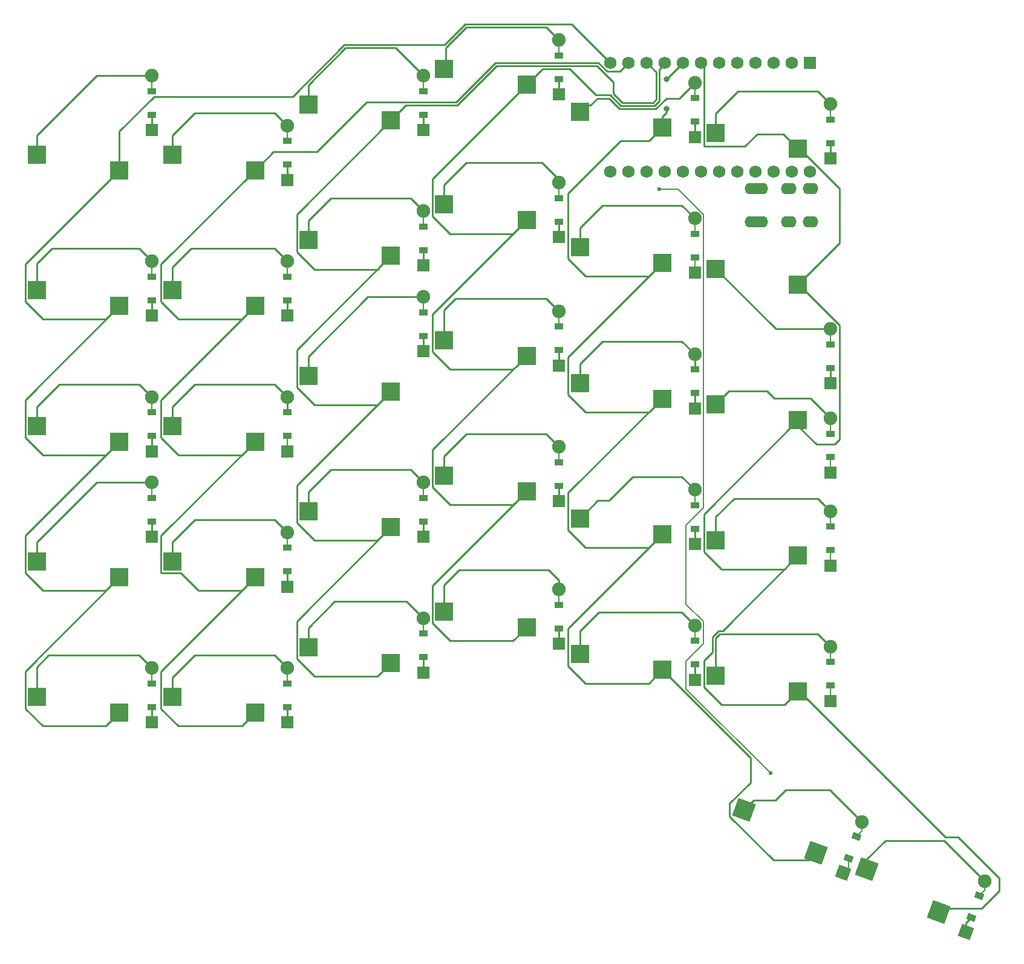
<source format=gbl>
%TF.GenerationSoftware,KiCad,Pcbnew,9.0.6*%
%TF.CreationDate,2025-11-12T16:56:55+01:00*%
%TF.ProjectId,left_finished,6c656674-5f66-4696-9e69-736865642e6b,1*%
%TF.SameCoordinates,Original*%
%TF.FileFunction,Copper,L2,Bot*%
%TF.FilePolarity,Positive*%
%FSLAX46Y46*%
G04 Gerber Fmt 4.6, Leading zero omitted, Abs format (unit mm)*
G04 Created by KiCad (PCBNEW 9.0.6) date 2025-11-12 16:56:55*
%MOMM*%
%LPD*%
G01*
G04 APERTURE LIST*
G04 Aperture macros list*
%AMRotRect*
0 Rectangle, with rotation*
0 The origin of the aperture is its center*
0 $1 length*
0 $2 width*
0 $3 Rotation angle, in degrees counterclockwise*
0 Add horizontal line*
21,1,$1,$2,0,0,$3*%
G04 Aperture macros list end*
%TA.AperFunction,SMDPad,CuDef*%
%ADD10R,2.600000X2.600000*%
%TD*%
%TA.AperFunction,ComponentPad*%
%ADD11R,1.778000X1.778000*%
%TD*%
%TA.AperFunction,SMDPad,CuDef*%
%ADD12R,1.200000X0.900000*%
%TD*%
%TA.AperFunction,ComponentPad*%
%ADD13C,1.905000*%
%TD*%
%TA.AperFunction,ComponentPad*%
%ADD14RotRect,1.778000X1.778000X70.000000*%
%TD*%
%TA.AperFunction,SMDPad,CuDef*%
%ADD15RotRect,0.900000X1.200000X70.000000*%
%TD*%
%TA.AperFunction,SMDPad,CuDef*%
%ADD16RotRect,2.600000X2.600000X160.000000*%
%TD*%
%TA.AperFunction,ComponentPad*%
%ADD17O,2.200000X1.600000*%
%TD*%
%TA.AperFunction,ComponentPad*%
%ADD18R,1.752600X1.752600*%
%TD*%
%TA.AperFunction,ComponentPad*%
%ADD19C,1.752600*%
%TD*%
%TA.AperFunction,ViaPad*%
%ADD20C,0.800000*%
%TD*%
%TA.AperFunction,ViaPad*%
%ADD21C,0.600000*%
%TD*%
%TA.AperFunction,Conductor*%
%ADD22C,0.250000*%
%TD*%
%TA.AperFunction,Conductor*%
%ADD23C,0.200000*%
%TD*%
G04 APERTURE END LIST*
D10*
%TO.P,S11,1*%
%TO.N,P14*%
X199887050Y-183082250D03*
%TO.P,S11,2*%
%TO.N,third_mod*%
X188337050Y-180882250D03*
%TD*%
D11*
%TO.P,D18,1*%
%TO.N,P4*%
X242412050Y-147442250D03*
D12*
X242412050Y-145282250D03*
%TO.P,D18,2*%
%TO.N,fifth_home*%
X242412050Y-141982250D03*
D13*
X242412050Y-139822250D03*
%TD*%
D10*
%TO.P,S4,1*%
%TO.N,P10*%
X161887050Y-133082250D03*
%TO.P,S4,2*%
%TO.N,first_top*%
X150337050Y-130882250D03*
%TD*%
%TO.P,S26,1*%
%TO.N,P19*%
X256887050Y-187082250D03*
%TO.P,S26,2*%
%TO.N,sixth_mod*%
X245337050Y-184882250D03*
%TD*%
%TO.P,S6,1*%
%TO.N,P16*%
X180887050Y-190082250D03*
%TO.P,S6,2*%
%TO.N,second_mod*%
X169337050Y-187882250D03*
%TD*%
%TO.P,S9,1*%
%TO.N,P16*%
X180887050Y-133082250D03*
%TO.P,S9,2*%
%TO.N,second_top*%
X169337050Y-130882250D03*
%TD*%
%TO.P,S29,1*%
%TO.N,P19*%
X256887050Y-130082250D03*
%TO.P,S29,2*%
%TO.N,sixth_top*%
X245337050Y-127882250D03*
%TD*%
D11*
%TO.P,D1,1*%
%TO.N,P2*%
X166412050Y-191442250D03*
D12*
X166412050Y-189282250D03*
%TO.P,D1,2*%
%TO.N,first_mod*%
X166412050Y-185982250D03*
D13*
X166412050Y-183822250D03*
%TD*%
D10*
%TO.P,S28,1*%
%TO.N,P19*%
X256887050Y-149082250D03*
%TO.P,S28,2*%
%TO.N,sixth_home*%
X245337050Y-146882250D03*
%TD*%
D11*
%TO.P,D11,1*%
%TO.N,P5*%
X204412050Y-127442250D03*
D12*
X204412050Y-125282250D03*
%TO.P,D11,2*%
%TO.N,third_top*%
X204412050Y-121982250D03*
D13*
X204412050Y-119822250D03*
%TD*%
D10*
%TO.P,S20,1*%
%TO.N,P15*%
X218887050Y-102082250D03*
%TO.P,S20,2*%
%TO.N,fourth_num*%
X207337050Y-99882250D03*
%TD*%
D11*
%TO.P,D24,1*%
%TO.N,P5*%
X261412050Y-143942250D03*
D12*
X261412050Y-141782250D03*
%TO.P,D24,2*%
%TO.N,sixth_top*%
X261412050Y-138482250D03*
D13*
X261412050Y-136322250D03*
%TD*%
D11*
%TO.P,D16,1*%
%TO.N,P2*%
X242412050Y-185442250D03*
D12*
X242412050Y-183282250D03*
%TO.P,D16,2*%
%TO.N,fifth_mod*%
X242412050Y-179982250D03*
D13*
X242412050Y-177822250D03*
%TD*%
D11*
%TO.P,D25,1*%
%TO.N,P4*%
X261412050Y-156442250D03*
D12*
X261412050Y-154282250D03*
%TO.P,D25,2*%
%TO.N,sixth_home*%
X261412050Y-150982250D03*
D13*
X261412050Y-148822250D03*
%TD*%
D11*
%TO.P,D6,1*%
%TO.N,P4*%
X185412050Y-153442250D03*
D12*
X185412050Y-151282250D03*
%TO.P,D6,2*%
%TO.N,second_home*%
X185412050Y-147982250D03*
D13*
X185412050Y-145822250D03*
%TD*%
D11*
%TO.P,D14,1*%
%TO.N,P4*%
X223412050Y-141442250D03*
D12*
X223412050Y-139282250D03*
%TO.P,D14,2*%
%TO.N,fourth_home*%
X223412050Y-135982250D03*
D13*
X223412050Y-133822250D03*
%TD*%
D11*
%TO.P,D13,1*%
%TO.N,P3*%
X223412050Y-160442250D03*
D12*
X223412050Y-158282250D03*
%TO.P,D13,2*%
%TO.N,fourth_bottom*%
X223412050Y-154982250D03*
D13*
X223412050Y-152822250D03*
%TD*%
D10*
%TO.P,S2,1*%
%TO.N,P10*%
X161887050Y-171082250D03*
%TO.P,S2,2*%
%TO.N,first_bottom*%
X150337050Y-168882250D03*
%TD*%
D11*
%TO.P,D3,1*%
%TO.N,P5*%
X166412050Y-134442250D03*
D12*
X166412050Y-132282250D03*
%TO.P,D3,2*%
%TO.N,first_top*%
X166412050Y-128982250D03*
D13*
X166412050Y-126822250D03*
%TD*%
D10*
%TO.P,S23,1*%
%TO.N,P18*%
X237887050Y-146082250D03*
%TO.P,S23,2*%
%TO.N,fifth_home*%
X226337050Y-143882250D03*
%TD*%
D11*
%TO.P,D20,1*%
%TO.N,P6*%
X242412050Y-109442250D03*
D12*
X242412050Y-107282250D03*
%TO.P,D20,2*%
%TO.N,fifth_num*%
X242412050Y-103982250D03*
D13*
X242412050Y-101822250D03*
%TD*%
D10*
%TO.P,S14,1*%
%TO.N,P14*%
X199887050Y-126082250D03*
%TO.P,S14,2*%
%TO.N,third_top*%
X188337050Y-123882250D03*
%TD*%
%TO.P,S10,1*%
%TO.N,P16*%
X180887050Y-114082250D03*
%TO.P,S10,2*%
%TO.N,second_num*%
X169337050Y-111882250D03*
%TD*%
%TO.P,S12,1*%
%TO.N,P14*%
X199887050Y-164082250D03*
%TO.P,S12,2*%
%TO.N,third_bottom*%
X188337050Y-161882250D03*
%TD*%
%TO.P,S22,1*%
%TO.N,P18*%
X237887050Y-165082250D03*
%TO.P,S22,2*%
%TO.N,fifth_bottom*%
X226337050Y-162882250D03*
%TD*%
D11*
%TO.P,D28,1*%
%TO.N,P4*%
X204412050Y-139442250D03*
D12*
X204412050Y-137282250D03*
%TO.P,D28,2*%
%TO.N,third_home*%
X204412050Y-133982250D03*
D13*
X204412050Y-131822250D03*
%TD*%
D11*
%TO.P,D10,1*%
%TO.N,P3*%
X204412050Y-165442250D03*
D12*
X204412050Y-163282250D03*
%TO.P,D10,2*%
%TO.N,third_bottom*%
X204412050Y-159982250D03*
D13*
X204412050Y-157822250D03*
%TD*%
D11*
%TO.P,D8,1*%
%TO.N,P6*%
X185412050Y-115442250D03*
D12*
X185412050Y-113282250D03*
%TO.P,D8,2*%
%TO.N,second_num*%
X185412050Y-109982250D03*
D13*
X185412050Y-107822250D03*
%TD*%
D14*
%TO.P,D31,1*%
%TO.N,P7*%
X263191485Y-212519160D03*
D15*
X263930249Y-210489424D03*
%TO.P,D31,2*%
%TO.N,t1_thumb*%
X265058915Y-207388438D03*
D13*
X265797679Y-205358702D03*
%TD*%
D11*
%TO.P,D23,1*%
%TO.N,P6*%
X261412050Y-112442250D03*
D12*
X261412050Y-110282250D03*
%TO.P,D23,2*%
%TO.N,sixth_num*%
X261412050Y-106982250D03*
D13*
X261412050Y-104822250D03*
%TD*%
D10*
%TO.P,S8,1*%
%TO.N,P16*%
X180887050Y-152082250D03*
%TO.P,S8,2*%
%TO.N,second_home*%
X169337050Y-149882250D03*
%TD*%
%TO.P,S24,1*%
%TO.N,P18*%
X237887050Y-127082250D03*
%TO.P,S24,2*%
%TO.N,fifth_top*%
X226337050Y-124882250D03*
%TD*%
D11*
%TO.P,D30,1*%
%TO.N,P5*%
X223412050Y-123442250D03*
D12*
X223412050Y-121282250D03*
%TO.P,D30,2*%
%TO.N,fourth_top*%
X223412050Y-117982250D03*
D13*
X223412050Y-115822250D03*
%TD*%
D10*
%TO.P,S7,1*%
%TO.N,P16*%
X180887050Y-171082250D03*
%TO.P,S7,2*%
%TO.N,second_bottom*%
X169337050Y-168882250D03*
%TD*%
D16*
%TO.P,S32,1*%
%TO.N,P19*%
X276608845Y-217977336D03*
%TO.P,S32,2*%
%TO.N,t2_thumb*%
X266507840Y-211959680D03*
%TD*%
D14*
%TO.P,D32,1*%
%TO.N,P7*%
X280395806Y-220802959D03*
D15*
X281134570Y-218773223D03*
%TO.P,D32,2*%
%TO.N,t2_thumb*%
X282263236Y-215672237D03*
D13*
X283002000Y-213642501D03*
%TD*%
D11*
%TO.P,D7,1*%
%TO.N,P5*%
X185412050Y-134442250D03*
D12*
X185412050Y-132282250D03*
%TO.P,D7,2*%
%TO.N,second_top*%
X185412050Y-128982250D03*
D13*
X185412050Y-126822250D03*
%TD*%
D10*
%TO.P,S30,1*%
%TO.N,P19*%
X256887050Y-111082250D03*
%TO.P,S30,2*%
%TO.N,sixth_num*%
X245337050Y-108882250D03*
%TD*%
D11*
%TO.P,D21,1*%
%TO.N,P2*%
X261412050Y-188442250D03*
D12*
X261412050Y-186282250D03*
%TO.P,D21,2*%
%TO.N,sixth_mod*%
X261412050Y-182982250D03*
D13*
X261412050Y-180822250D03*
%TD*%
D11*
%TO.P,D27,1*%
%TO.N,P6*%
X166412050Y-108442250D03*
D12*
X166412050Y-106282250D03*
%TO.P,D27,2*%
%TO.N,first_num*%
X166412050Y-102982250D03*
D13*
X166412050Y-100822250D03*
%TD*%
D16*
%TO.P,S31,1*%
%TO.N,P18*%
X259404523Y-209693537D03*
%TO.P,S31,2*%
%TO.N,t1_thumb*%
X249303518Y-203675881D03*
%TD*%
D11*
%TO.P,D17,1*%
%TO.N,P3*%
X242412050Y-166442250D03*
D12*
X242412050Y-164282250D03*
%TO.P,D17,2*%
%TO.N,fifth_bottom*%
X242412050Y-160982250D03*
D13*
X242412050Y-158822250D03*
%TD*%
D10*
%TO.P,S19,1*%
%TO.N,P15*%
X218887050Y-121082250D03*
%TO.P,S19,2*%
%TO.N,fourth_top*%
X207337050Y-118882250D03*
%TD*%
D11*
%TO.P,D22,1*%
%TO.N,P3*%
X261412050Y-169442250D03*
D12*
X261412050Y-167282250D03*
%TO.P,D22,2*%
%TO.N,sixth_bottom*%
X261412050Y-163982250D03*
D13*
X261412050Y-161822250D03*
%TD*%
D11*
%TO.P,D9,1*%
%TO.N,P2*%
X204412050Y-184442250D03*
D12*
X204412050Y-182282250D03*
%TO.P,D9,2*%
%TO.N,third_mod*%
X204412050Y-178982250D03*
D13*
X204412050Y-176822250D03*
%TD*%
D10*
%TO.P,S27,1*%
%TO.N,P19*%
X256887050Y-168082250D03*
%TO.P,S27,2*%
%TO.N,sixth_bottom*%
X245337050Y-165882250D03*
%TD*%
D11*
%TO.P,D29,1*%
%TO.N,P2*%
X223412050Y-180442250D03*
D12*
X223412050Y-178282250D03*
%TO.P,D29,2*%
%TO.N,fourth_mod*%
X223412050Y-174982250D03*
D13*
X223412050Y-172822250D03*
%TD*%
D10*
%TO.P,S21,1*%
%TO.N,P18*%
X237887050Y-184082250D03*
%TO.P,S21,2*%
%TO.N,fifth_mod*%
X226337050Y-181882250D03*
%TD*%
D11*
%TO.P,D12,1*%
%TO.N,P6*%
X204412050Y-108442250D03*
D12*
X204412050Y-106282250D03*
%TO.P,D12,2*%
%TO.N,third_num*%
X204412050Y-102982250D03*
D13*
X204412050Y-100822250D03*
%TD*%
D11*
%TO.P,D19,1*%
%TO.N,P5*%
X242412050Y-128442250D03*
D12*
X242412050Y-126282250D03*
%TO.P,D19,2*%
%TO.N,fifth_top*%
X242412050Y-122982250D03*
D13*
X242412050Y-120822250D03*
%TD*%
D10*
%TO.P,S13,1*%
%TO.N,P14*%
X199887050Y-145082250D03*
%TO.P,S13,2*%
%TO.N,third_home*%
X188337050Y-142882250D03*
%TD*%
%TO.P,S17,1*%
%TO.N,P15*%
X218887050Y-159082250D03*
%TO.P,S17,2*%
%TO.N,fourth_bottom*%
X207337050Y-156882250D03*
%TD*%
D17*
%TO.P,TRRS1,1*%
%TO.N,GND*%
X250512050Y-116682250D03*
X250512050Y-121282250D03*
%TO.P,TRRS1,2*%
X251612050Y-116682250D03*
X251612050Y-121282250D03*
%TO.P,TRRS1,3*%
%TO.N,P21*%
X255612050Y-116682250D03*
X255612050Y-121282250D03*
%TO.P,TRRS1,4*%
%TO.N,VCC*%
X258612050Y-116682250D03*
X258612050Y-121282250D03*
%TD*%
D10*
%TO.P,S16,1*%
%TO.N,P15*%
X218887050Y-178082250D03*
%TO.P,S16,2*%
%TO.N,fourth_mod*%
X207337050Y-175882250D03*
%TD*%
D11*
%TO.P,D5,1*%
%TO.N,P3*%
X185412050Y-172442250D03*
D12*
X185412050Y-170282250D03*
%TO.P,D5,2*%
%TO.N,second_bottom*%
X185412050Y-166982250D03*
D13*
X185412050Y-164822250D03*
%TD*%
D10*
%TO.P,S25,1*%
%TO.N,P18*%
X237887050Y-108082250D03*
%TO.P,S25,2*%
%TO.N,fifth_num*%
X226337050Y-105882250D03*
%TD*%
%TO.P,S3,1*%
%TO.N,P10*%
X161887050Y-152082250D03*
%TO.P,S3,2*%
%TO.N,first_home*%
X150337050Y-149882250D03*
%TD*%
%TO.P,S15,1*%
%TO.N,P14*%
X199887050Y-107082250D03*
%TO.P,S15,2*%
%TO.N,third_num*%
X188337050Y-104882250D03*
%TD*%
D11*
%TO.P,D26,1*%
%TO.N,P3*%
X166412050Y-165442250D03*
D12*
X166412050Y-163282250D03*
%TO.P,D26,2*%
%TO.N,first_bottom*%
X166412050Y-159982250D03*
D13*
X166412050Y-157822250D03*
%TD*%
D10*
%TO.P,S1,1*%
%TO.N,P10*%
X161887050Y-190082250D03*
%TO.P,S1,2*%
%TO.N,first_mod*%
X150337050Y-187882250D03*
%TD*%
%TO.P,S18,1*%
%TO.N,P15*%
X218887050Y-140082250D03*
%TO.P,S18,2*%
%TO.N,fourth_home*%
X207337050Y-137882250D03*
%TD*%
D11*
%TO.P,D2,1*%
%TO.N,P4*%
X166412050Y-153442250D03*
D12*
X166412050Y-151282250D03*
%TO.P,D2,2*%
%TO.N,first_home*%
X166412050Y-147982250D03*
D13*
X166412050Y-145822250D03*
%TD*%
D10*
%TO.P,S5,1*%
%TO.N,P10*%
X161887050Y-114082250D03*
%TO.P,S5,2*%
%TO.N,first_num*%
X150337050Y-111882250D03*
%TD*%
D18*
%TO.P,MCU1,1*%
%TO.N,RAW*%
X258582050Y-99012250D03*
D19*
%TO.P,MCU1,2*%
%TO.N,GND*%
X256042050Y-99012250D03*
%TO.P,MCU1,3*%
%TO.N,RST*%
X253502050Y-99012250D03*
%TO.P,MCU1,4*%
%TO.N,VCC*%
X250962050Y-99012250D03*
%TO.P,MCU1,5*%
%TO.N,P21*%
X248422050Y-99012250D03*
%TO.P,MCU1,6*%
%TO.N,P20*%
X245882050Y-99012250D03*
%TO.P,MCU1,7*%
%TO.N,P19*%
X243342050Y-99012250D03*
%TO.P,MCU1,8*%
%TO.N,P18*%
X240802050Y-99012250D03*
%TO.P,MCU1,9*%
%TO.N,P15*%
X238262050Y-99012250D03*
%TO.P,MCU1,10*%
%TO.N,P14*%
X235722050Y-99012250D03*
%TO.P,MCU1,11*%
%TO.N,P16*%
X233182050Y-99012250D03*
%TO.P,MCU1,12*%
%TO.N,P10*%
X230642050Y-99012250D03*
%TO.P,MCU1,13*%
%TO.N,P1*%
X258582050Y-114252250D03*
%TO.P,MCU1,14*%
%TO.N,P0*%
X256042050Y-114252250D03*
%TO.P,MCU1,15*%
%TO.N,GND*%
X253502050Y-114252250D03*
%TO.P,MCU1,16*%
X250962050Y-114252250D03*
%TO.P,MCU1,17*%
%TO.N,P2*%
X248422050Y-114252250D03*
%TO.P,MCU1,18*%
%TO.N,P3*%
X245882050Y-114252250D03*
%TO.P,MCU1,19*%
%TO.N,P4*%
X243342050Y-114252250D03*
%TO.P,MCU1,20*%
%TO.N,P5*%
X240802050Y-114252250D03*
%TO.P,MCU1,21*%
%TO.N,P6*%
X238262050Y-114252250D03*
%TO.P,MCU1,22*%
%TO.N,P7*%
X235722050Y-114252250D03*
%TO.P,MCU1,23*%
%TO.N,P8*%
X233182050Y-114252250D03*
%TO.P,MCU1,24*%
%TO.N,P9*%
X230642050Y-114252250D03*
%TD*%
D11*
%TO.P,D15,1*%
%TO.N,P6*%
X223412050Y-103442250D03*
D12*
X223412050Y-101282250D03*
%TO.P,D15,2*%
%TO.N,fourth_num*%
X223412050Y-97982250D03*
D13*
X223412050Y-95822250D03*
%TD*%
D11*
%TO.P,D4,1*%
%TO.N,P2*%
X185412050Y-191442250D03*
D12*
X185412050Y-189282250D03*
%TO.P,D4,2*%
%TO.N,second_mod*%
X185412050Y-185982250D03*
D13*
X185412050Y-183822250D03*
%TD*%
D20*
%TO.N,P18*%
X238500000Y-105500000D03*
X238500000Y-101314300D03*
D21*
%TO.N,P7*%
X237500000Y-116722050D03*
X253000000Y-198500000D03*
%TD*%
D22*
%TO.N,P10*%
X148711050Y-184258250D02*
X148711050Y-189508250D01*
X193371391Y-96500000D02*
X207371391Y-96500000D01*
X148711050Y-165258250D02*
X148711050Y-170508250D01*
X225220550Y-93590750D02*
X230642050Y-99012250D01*
X160011050Y-172958250D02*
X161887050Y-171082250D01*
X161887050Y-108622151D02*
X166750951Y-103758250D01*
X148711050Y-170508250D02*
X151161050Y-172958250D01*
X151161050Y-134958250D02*
X160011050Y-134958250D01*
X151161050Y-153958250D02*
X160011050Y-153958250D01*
X160011050Y-153958250D02*
X161887050Y-152082250D01*
X160011050Y-134958250D02*
X161887050Y-133082250D01*
X210280641Y-93590750D02*
X225220550Y-93590750D01*
X148711050Y-151508250D02*
X151161050Y-153958250D01*
X207371391Y-96500000D02*
X210280641Y-93590750D01*
X161887050Y-114082250D02*
X161887050Y-108622151D01*
X166750951Y-103758250D02*
X186113141Y-103758250D01*
X151161050Y-172958250D02*
X160011050Y-172958250D01*
X160011050Y-191958250D02*
X161887050Y-190082250D01*
X161887050Y-171082250D02*
X148711050Y-184258250D01*
X161887050Y-133082250D02*
X148711050Y-146258250D01*
X148711050Y-189508250D02*
X151161050Y-191958250D01*
X161887050Y-152082250D02*
X148711050Y-165258250D01*
X151161050Y-191958250D02*
X160011050Y-191958250D01*
X148711050Y-146258250D02*
X148711050Y-151508250D01*
X148711050Y-127258250D02*
X148711050Y-132508250D01*
X186113141Y-103758250D02*
X193371391Y-96500000D01*
X161887050Y-114082250D02*
X148711050Y-127258250D01*
X148711050Y-132508250D02*
X151161050Y-134958250D01*
D23*
%TO.N,first_mod*%
X166412050Y-185982250D02*
X166412050Y-183822250D01*
D22*
X150337050Y-183662950D02*
X151958250Y-182041750D01*
X151958250Y-182041750D02*
X164631550Y-182041750D01*
X150337050Y-187882250D02*
X150337050Y-183662950D01*
X164631550Y-182041750D02*
X166412050Y-183822250D01*
D23*
%TO.N,first_bottom*%
X166412050Y-159982250D02*
X166412050Y-157822250D01*
D22*
X158686951Y-157822250D02*
X166412050Y-157822250D01*
X150337050Y-166172151D02*
X158686951Y-157822250D01*
X150337050Y-168882250D02*
X150337050Y-166172151D01*
%TO.N,first_home*%
X150337050Y-147172151D02*
X153467451Y-144041750D01*
X164631550Y-144041750D02*
X166412050Y-145822250D01*
X150337050Y-149882250D02*
X150337050Y-147172151D01*
X153467451Y-144041750D02*
X164631550Y-144041750D01*
D23*
X166412050Y-147982250D02*
X166412050Y-145822250D01*
%TO.N,first_top*%
X166412050Y-128982250D02*
X166412050Y-126822250D01*
D22*
X152458250Y-125041750D02*
X164631550Y-125041750D01*
X164631550Y-125041750D02*
X166412050Y-126822250D01*
X150337050Y-127162950D02*
X152458250Y-125041750D01*
X150337050Y-130882250D02*
X150337050Y-127162950D01*
D23*
%TO.N,first_num*%
X166412050Y-102982250D02*
X166412050Y-100822250D01*
D22*
X158686951Y-100822250D02*
X166412050Y-100822250D01*
X150337050Y-109172151D02*
X158686951Y-100822250D01*
X150337050Y-111882250D02*
X150337050Y-109172151D01*
%TO.N,P16*%
X170508250Y-170508250D02*
X172958250Y-172958250D01*
X180887050Y-114082250D02*
X183469300Y-111500000D01*
X228929491Y-99000000D02*
X230144041Y-100214550D01*
X183469300Y-111500000D02*
X189500000Y-111500000D01*
X230144041Y-100214550D02*
X231979750Y-100214550D01*
X167711050Y-165258250D02*
X167711050Y-170508250D01*
X167711050Y-132508250D02*
X170161050Y-134958250D01*
X167711050Y-170508250D02*
X170508250Y-170508250D01*
X167711050Y-127258250D02*
X167711050Y-132508250D01*
X180887050Y-114082250D02*
X167711050Y-127258250D01*
X180887050Y-133082250D02*
X167711050Y-146258250D01*
X214500000Y-99000000D02*
X228929491Y-99000000D01*
X170161050Y-153958250D02*
X179011050Y-153958250D01*
X189500000Y-111500000D02*
X196500000Y-104500000D01*
X196500000Y-104500000D02*
X209000000Y-104500000D01*
X167711050Y-146258250D02*
X167711050Y-151508250D01*
X172958250Y-172958250D02*
X179011050Y-172958250D01*
X167711050Y-189508250D02*
X170161050Y-191958250D01*
X167711050Y-151508250D02*
X170161050Y-153958250D01*
X180887050Y-152082250D02*
X167711050Y-165258250D01*
X179011050Y-172958250D02*
X180887050Y-171082250D01*
X179011050Y-134958250D02*
X180887050Y-133082250D01*
X170161050Y-191958250D02*
X179011050Y-191958250D01*
X180887050Y-171082250D02*
X167711050Y-184258250D01*
X179011050Y-153958250D02*
X180887050Y-152082250D01*
X231979750Y-100214550D02*
X233182050Y-99012250D01*
X167711050Y-184258250D02*
X167711050Y-189508250D01*
X170161050Y-134958250D02*
X179011050Y-134958250D01*
X209000000Y-104500000D02*
X214500000Y-99000000D01*
X179011050Y-191958250D02*
X180887050Y-190082250D01*
%TO.N,second_mod*%
X169337050Y-187882250D02*
X169337050Y-185172151D01*
X183631550Y-182041750D02*
X185412050Y-183822250D01*
D23*
X185412050Y-185982250D02*
X185412050Y-183822250D01*
D22*
X169337050Y-185172151D02*
X172467451Y-182041750D01*
X172467451Y-182041750D02*
X183631550Y-182041750D01*
%TO.N,second_bottom*%
X169337050Y-166172151D02*
X172467451Y-163041750D01*
D23*
X185412050Y-166982250D02*
X185412050Y-164822250D01*
D22*
X169337050Y-168882250D02*
X169337050Y-166172151D01*
X172467451Y-163041750D02*
X183631550Y-163041750D01*
X183631550Y-163041750D02*
X185412050Y-164822250D01*
%TO.N,second_home*%
X183631550Y-144041750D02*
X185412050Y-145822250D01*
X169337050Y-147172151D02*
X172467451Y-144041750D01*
X169337050Y-149882250D02*
X169337050Y-147172151D01*
X185412050Y-145822250D02*
X185412050Y-147982250D01*
X172467451Y-144041750D02*
X183631550Y-144041750D01*
%TO.N,second_top*%
X169337050Y-127662950D02*
X171958250Y-125041750D01*
X171958250Y-125041750D02*
X183631550Y-125041750D01*
X183631550Y-125041750D02*
X185412050Y-126822250D01*
D23*
X185412050Y-128982250D02*
X185412050Y-126822250D01*
D22*
X169337050Y-130882250D02*
X169337050Y-127662950D01*
%TO.N,second_num*%
X169337050Y-111882250D02*
X169337050Y-109172151D01*
D23*
X185412050Y-109982250D02*
X185412050Y-107822250D01*
D22*
X183631550Y-106041750D02*
X185412050Y-107822250D01*
X169337050Y-109172151D02*
X172467451Y-106041750D01*
X172467451Y-106041750D02*
X183631550Y-106041750D01*
%TO.N,P14*%
X198011050Y-127958250D02*
X199887050Y-126082250D01*
X228742681Y-99451000D02*
X229895840Y-100604160D01*
X236599660Y-104598000D02*
X237049000Y-104148660D01*
X199887050Y-164082250D02*
X186711050Y-177258250D01*
X229895840Y-100604160D02*
X231000000Y-101708320D01*
X198011050Y-184958250D02*
X199887050Y-183082250D01*
X232256485Y-104598000D02*
X236599660Y-104598000D01*
X189161050Y-127958250D02*
X198011050Y-127958250D01*
X186711050Y-125508250D02*
X189161050Y-127958250D01*
X186711050Y-158258250D02*
X186711050Y-163508250D01*
X214686810Y-99451000D02*
X228742681Y-99451000D01*
X209049000Y-104951000D02*
X209186810Y-104951000D01*
X199887050Y-107082250D02*
X201969300Y-105000000D01*
X231000000Y-103341515D02*
X232256485Y-104598000D01*
X186711050Y-120258250D02*
X186711050Y-125508250D01*
X199887050Y-126082250D02*
X186711050Y-139258250D01*
X186711050Y-139258250D02*
X186711050Y-144508250D01*
X186711050Y-182508250D02*
X189161050Y-184958250D01*
X189161050Y-184958250D02*
X198011050Y-184958250D01*
X198011050Y-165958250D02*
X199887050Y-164082250D01*
X199887050Y-107082250D02*
X186711050Y-120258250D01*
X189161050Y-146958250D02*
X198011050Y-146958250D01*
X198011050Y-146958250D02*
X199887050Y-145082250D01*
X229895840Y-100604160D02*
X229957231Y-100665550D01*
X186711050Y-163508250D02*
X189161050Y-165958250D01*
X201969300Y-105000000D02*
X209000000Y-105000000D01*
X186711050Y-177258250D02*
X186711050Y-182508250D01*
X209186810Y-104951000D02*
X214686810Y-99451000D01*
X199887050Y-145082250D02*
X186711050Y-158258250D01*
X237049000Y-104148660D02*
X237049000Y-100339200D01*
X189161050Y-165958250D02*
X198011050Y-165958250D01*
X209000000Y-105000000D02*
X209049000Y-104951000D01*
X231000000Y-101708320D02*
X231000000Y-103341515D01*
X186711050Y-144508250D02*
X189161050Y-146958250D01*
X237049000Y-100339200D02*
X235722050Y-99012250D01*
%TO.N,third_mod*%
X188337050Y-178162950D02*
X192000000Y-174500000D01*
X202089800Y-174500000D02*
X204412050Y-176822250D01*
X188337050Y-180882250D02*
X188337050Y-178162950D01*
X192000000Y-174500000D02*
X202089800Y-174500000D01*
D23*
X204412050Y-178982250D02*
X204412050Y-176822250D01*
%TO.N,third_bottom*%
X204412050Y-159982250D02*
X204412050Y-157822250D01*
D22*
X188337050Y-159172151D02*
X191467451Y-156041750D01*
X188337050Y-161882250D02*
X188337050Y-159172151D01*
X202631550Y-156041750D02*
X204412050Y-157822250D01*
X191467451Y-156041750D02*
X202631550Y-156041750D01*
%TO.N,third_home*%
X188337050Y-142882250D02*
X188337050Y-140172151D01*
X196686951Y-131822250D02*
X204412050Y-131822250D01*
X188337050Y-140172151D02*
X196686951Y-131822250D01*
D23*
X204412050Y-133982250D02*
X204412050Y-131822250D01*
D22*
%TO.N,third_top*%
X188337050Y-121172151D02*
X191467451Y-118041750D01*
X191467451Y-118041750D02*
X202631550Y-118041750D01*
X188337050Y-123882250D02*
X188337050Y-121172151D01*
X202631550Y-118041750D02*
X204412050Y-119822250D01*
D23*
X204412050Y-121982250D02*
X204412050Y-119822250D01*
D22*
%TO.N,third_num*%
X188337050Y-104882250D02*
X188337050Y-102172151D01*
X188337050Y-102172151D02*
X193558201Y-96951000D01*
D23*
X204412050Y-102982250D02*
X204412050Y-100822250D01*
D22*
X193558201Y-96951000D02*
X200540800Y-96951000D01*
X200540800Y-96951000D02*
X204412050Y-100822250D01*
%TO.N,P15*%
X217011050Y-160958250D02*
X218887050Y-159082250D01*
X217011050Y-179958250D02*
X218887050Y-178082250D01*
X205711050Y-120508250D02*
X208161050Y-122958250D01*
X224902000Y-99902000D02*
X228555250Y-103555250D01*
X230575925Y-103555250D02*
X232069675Y-105049000D01*
X218887050Y-159082250D02*
X205711050Y-172258250D01*
X228555250Y-103555250D02*
X230575925Y-103555250D01*
X218887050Y-140082250D02*
X205711050Y-153258250D01*
X217011050Y-141958250D02*
X218887050Y-140082250D01*
X217011050Y-122958250D02*
X218887050Y-121082250D01*
X205711050Y-115258250D02*
X205711050Y-120508250D01*
X208161050Y-141958250D02*
X217011050Y-141958250D01*
X218887050Y-102082250D02*
X218917750Y-102082250D01*
X205711050Y-172258250D02*
X205711050Y-177508250D01*
X237500000Y-100000000D02*
X238262050Y-99237950D01*
X205711050Y-158508250D02*
X208161050Y-160958250D01*
X205711050Y-139508250D02*
X208161050Y-141958250D01*
X208161050Y-122958250D02*
X217011050Y-122958250D01*
X208161050Y-179958250D02*
X217011050Y-179958250D01*
X205711050Y-134258250D02*
X205711050Y-139508250D01*
X205711050Y-177508250D02*
X208161050Y-179958250D01*
X218887050Y-102082250D02*
X205711050Y-115258250D01*
X236786470Y-105049000D02*
X237500000Y-104335470D01*
X232069675Y-105049000D02*
X236786470Y-105049000D01*
X208161050Y-160958250D02*
X217011050Y-160958250D01*
X218917750Y-102082250D02*
X221098000Y-99902000D01*
X237500000Y-104335470D02*
X237500000Y-100000000D01*
X218887050Y-121082250D02*
X205711050Y-134258250D01*
X221098000Y-99902000D02*
X224902000Y-99902000D01*
X205711050Y-153258250D02*
X205711050Y-158508250D01*
X238262050Y-99237950D02*
X238262050Y-99012250D01*
%TO.N,fourth_mod*%
X209458250Y-170041750D02*
X221978588Y-170041750D01*
X223412050Y-171475212D02*
X223412050Y-172822250D01*
X207337050Y-172162950D02*
X209458250Y-170041750D01*
D23*
X223412050Y-174982250D02*
X223412050Y-172822250D01*
D22*
X221978588Y-170041750D02*
X223412050Y-171475212D01*
X207337050Y-175882250D02*
X207337050Y-172162950D01*
D23*
%TO.N,fourth_bottom*%
X223412050Y-154982250D02*
X223412050Y-152822250D01*
D22*
X210467451Y-151041750D02*
X221631550Y-151041750D01*
X207337050Y-156882250D02*
X207337050Y-154172151D01*
X207337050Y-154172151D02*
X210467451Y-151041750D01*
X221631550Y-151041750D02*
X223412050Y-152822250D01*
D23*
%TO.N,fourth_home*%
X223412050Y-135982250D02*
X223412050Y-133822250D01*
D22*
X221631550Y-132041750D02*
X223412050Y-133822250D01*
X207337050Y-137882250D02*
X207337050Y-133662950D01*
X207337050Y-133662950D02*
X208958250Y-132041750D01*
X208958250Y-132041750D02*
X221631550Y-132041750D01*
%TO.N,fourth_top*%
X221041750Y-113041750D02*
X223412050Y-115412050D01*
X223412050Y-115412050D02*
X223412050Y-115822250D01*
D23*
X223412050Y-117982250D02*
X223412050Y-115822250D01*
D22*
X207337050Y-118882250D02*
X207337050Y-116162950D01*
X207337050Y-116162950D02*
X210458250Y-113041750D01*
X210458250Y-113041750D02*
X221041750Y-113041750D01*
%TO.N,fourth_num*%
X221631550Y-94041750D02*
X223412050Y-95822250D01*
D23*
X223412050Y-97982250D02*
X223412050Y-95822250D01*
D22*
X207558201Y-99661099D02*
X207558201Y-96955600D01*
X210467451Y-94041750D02*
X221631550Y-94041750D01*
X207553601Y-96951000D02*
X207558201Y-96951000D01*
X207337050Y-99882250D02*
X207558201Y-99661099D01*
X207558201Y-96951000D02*
X210467451Y-94041750D01*
X207558201Y-96955600D02*
X207553601Y-96951000D01*
%TO.N,P18*%
X227161050Y-128958250D02*
X236011050Y-128958250D01*
X236011050Y-128958250D02*
X237887050Y-127082250D01*
X224711050Y-178258250D02*
X224711050Y-183508250D01*
X253431206Y-210707805D02*
X258390255Y-210707805D01*
X236011050Y-185958250D02*
X237887050Y-184082250D01*
X227161050Y-166958250D02*
X236011050Y-166958250D01*
X237887050Y-108082250D02*
X236011050Y-109958250D01*
X250215527Y-196410727D02*
X250215527Y-199859636D01*
X236011050Y-109958250D02*
X232041750Y-109958250D01*
X232041750Y-109958250D02*
X224711050Y-117288950D01*
X237887050Y-127082250D02*
X224711050Y-140258250D01*
X224711050Y-159258250D02*
X224711050Y-164508250D01*
X224711050Y-140258250D02*
X224711050Y-145508250D01*
X227161050Y-147958250D02*
X236011050Y-147958250D01*
X224711050Y-164508250D02*
X227161050Y-166958250D01*
X238500000Y-106000000D02*
X237887050Y-106612950D01*
X236011050Y-147958250D02*
X237887050Y-146082250D01*
X238500000Y-101314300D02*
X240802050Y-99012250D01*
X237887050Y-184082250D02*
X250215527Y-196410727D01*
X236011050Y-166958250D02*
X237887050Y-165082250D01*
X237887050Y-146082250D02*
X224711050Y-159258250D01*
X247311291Y-204587890D02*
X253431206Y-210707805D01*
X258390255Y-210707805D02*
X259404523Y-209693537D01*
X227161050Y-185958250D02*
X236011050Y-185958250D01*
X224711050Y-126508250D02*
X227161050Y-128958250D01*
X237887050Y-165082250D02*
X224711050Y-178258250D01*
X250215527Y-199859636D02*
X247311291Y-202763872D01*
X224711050Y-145508250D02*
X227161050Y-147958250D01*
X237887050Y-106612950D02*
X237887050Y-108082250D01*
X224711050Y-117288950D02*
X224711050Y-126508250D01*
X247311291Y-202763872D02*
X247311291Y-204587890D01*
X224711050Y-183508250D02*
X227161050Y-185958250D01*
X238500000Y-105500000D02*
X238500000Y-106000000D01*
%TO.N,fifth_mod*%
X240631550Y-176041750D02*
X242412050Y-177822250D01*
X226337050Y-181882250D02*
X226337050Y-178662950D01*
D23*
X242412050Y-179982250D02*
X242412050Y-177822250D01*
D22*
X228958250Y-176041750D02*
X240631550Y-176041750D01*
X226337050Y-178662950D02*
X228958250Y-176041750D01*
%TO.N,fifth_bottom*%
X226337050Y-162882250D02*
X228860150Y-160359150D01*
X228860150Y-160359150D02*
X230428737Y-160359150D01*
X240631550Y-157041750D02*
X242412050Y-158822250D01*
X233746137Y-157041750D02*
X240631550Y-157041750D01*
X230428737Y-160359150D02*
X233746137Y-157041750D01*
D23*
X242412050Y-160982250D02*
X242412050Y-158822250D01*
D22*
%TO.N,fifth_home*%
X242412050Y-139822250D02*
X242412050Y-141982250D01*
X240631550Y-138041750D02*
X242412050Y-139822250D01*
X226337050Y-141172151D02*
X229467451Y-138041750D01*
X229467451Y-138041750D02*
X240631550Y-138041750D01*
X226337050Y-143882250D02*
X226337050Y-141172151D01*
%TO.N,fifth_top*%
X226337050Y-124882250D02*
X226337050Y-122172151D01*
X229467451Y-119041750D02*
X240631550Y-119041750D01*
X226337050Y-122172151D02*
X229467451Y-119041750D01*
D23*
X242412050Y-122982250D02*
X242412050Y-120822250D01*
D22*
X240631550Y-119041750D02*
X242412050Y-120822250D01*
%TO.N,fifth_num*%
X227841235Y-105000000D02*
X228834985Y-104006250D01*
X230389115Y-104006250D02*
X231882865Y-105500000D01*
X227219300Y-105000000D02*
X227841235Y-105000000D01*
X228834985Y-104006250D02*
X230389115Y-104006250D01*
X226337050Y-105882250D02*
X227219300Y-105000000D01*
X231882865Y-105500000D02*
X236973280Y-105500000D01*
X236973280Y-105500000D02*
X238473280Y-104000000D01*
X240234300Y-104000000D02*
X242412050Y-101822250D01*
D23*
X242412050Y-103982250D02*
X242412050Y-101822250D01*
D22*
X238473280Y-104000000D02*
X240234300Y-104000000D01*
%TO.N,P19*%
X285000000Y-213217081D02*
X285000000Y-215054053D01*
X256887050Y-187082250D02*
X257079559Y-187082250D01*
X243690550Y-99360750D02*
X243342050Y-99012250D01*
X262000000Y-152500000D02*
X259500000Y-152500000D01*
X254804800Y-109000000D02*
X251147365Y-109000000D01*
X256887050Y-168082250D02*
X246378550Y-178590750D01*
X243711050Y-182788950D02*
X243711050Y-186508250D01*
X246161050Y-169958250D02*
X255011050Y-169958250D01*
X243728050Y-110758250D02*
X243690550Y-110720750D01*
X256887050Y-111082250D02*
X254804800Y-109000000D01*
X277497309Y-207500000D02*
X279282919Y-207500000D01*
X243711050Y-186508250D02*
X246161050Y-188958250D01*
X262690550Y-135792677D02*
X262690550Y-151809450D01*
X255011050Y-188958250D02*
X256887050Y-187082250D01*
X256887050Y-149082250D02*
X243711050Y-162258250D01*
X256887050Y-130082250D02*
X256980123Y-130082250D01*
X259500000Y-152500000D02*
X256887050Y-149887050D01*
X256980123Y-130082250D02*
X262690550Y-135792677D01*
X262690550Y-151809450D02*
X262000000Y-152500000D01*
X279282919Y-207500000D02*
X285000000Y-213217081D01*
X249389115Y-110758250D02*
X243728050Y-110758250D01*
X262690550Y-116660441D02*
X262690550Y-124278750D01*
X251147365Y-109000000D02*
X249389115Y-110758250D01*
X257079559Y-187082250D02*
X277497309Y-207500000D01*
X243711050Y-167508250D02*
X246161050Y-169958250D01*
X277086181Y-217500000D02*
X276608845Y-217977336D01*
X262690550Y-124278750D02*
X256887050Y-130082250D01*
X282554053Y-217500000D02*
X277086181Y-217500000D01*
X246378550Y-178590750D02*
X245771440Y-178590750D01*
X243690550Y-110720750D02*
X243690550Y-99360750D01*
X244886050Y-179476140D02*
X244886050Y-181613950D01*
X243711050Y-162258250D02*
X243711050Y-167508250D01*
X257112359Y-111082250D02*
X262690550Y-116660441D01*
X255011050Y-169958250D02*
X256887050Y-168082250D01*
X285000000Y-215054053D02*
X282554053Y-217500000D01*
X256887050Y-149887050D02*
X256887050Y-149082250D01*
X246161050Y-188958250D02*
X255011050Y-188958250D01*
X244886050Y-181613950D02*
X243711050Y-182788950D01*
X245771440Y-178590750D02*
X244886050Y-179476140D01*
X256887050Y-111082250D02*
X257112359Y-111082250D01*
%TO.N,sixth_mod*%
X245958250Y-179041750D02*
X259631550Y-179041750D01*
X259631550Y-179041750D02*
X261412050Y-180822250D01*
X245337050Y-184882250D02*
X245337050Y-179662950D01*
X245337050Y-179662950D02*
X245958250Y-179041750D01*
D23*
X261412050Y-182982250D02*
X261412050Y-180822250D01*
%TO.N,sixth_bottom*%
X261412050Y-163982250D02*
X261412050Y-161822250D01*
D22*
X247958250Y-160041750D02*
X259631550Y-160041750D01*
X245337050Y-165882250D02*
X245337050Y-162662950D01*
X259631550Y-160041750D02*
X261412050Y-161822250D01*
X245337050Y-162662950D02*
X247958250Y-160041750D01*
D23*
%TO.N,sixth_home*%
X261412050Y-150982250D02*
X261412050Y-148822250D01*
D22*
X247213050Y-145006250D02*
X252529637Y-145006250D01*
X258589800Y-146000000D02*
X261412050Y-148822250D01*
X253523387Y-146000000D02*
X258589800Y-146000000D01*
X245337050Y-146882250D02*
X247213050Y-145006250D01*
X252529637Y-145006250D02*
X253523387Y-146000000D01*
%TO.N,sixth_top*%
X253777050Y-136322250D02*
X261412050Y-136322250D01*
X245337050Y-127882250D02*
X253777050Y-136322250D01*
D23*
X261412050Y-138482250D02*
X261412050Y-136322250D01*
D22*
%TO.N,sixth_num*%
X245337050Y-108882250D02*
X245337050Y-106172151D01*
X248467451Y-103041750D02*
X259631550Y-103041750D01*
X245337050Y-106172151D02*
X248467451Y-103041750D01*
D23*
X261412050Y-106982250D02*
X261412050Y-104822250D01*
D22*
X259631550Y-103041750D02*
X261412050Y-104822250D01*
%TO.N,t1_thumb*%
X255138229Y-200891750D02*
X261330727Y-200891750D01*
X261330727Y-200891750D02*
X265797679Y-205358702D01*
D23*
X265797679Y-206649674D02*
X265797679Y-205358702D01*
D22*
X253701940Y-202328039D02*
X255138229Y-200891750D01*
X249303518Y-203675881D02*
X250651360Y-202328039D01*
X250651360Y-202328039D02*
X253701940Y-202328039D01*
D23*
X265058915Y-207388438D02*
X265797679Y-206649674D01*
D22*
%TO.N,t2_thumb*%
X269084089Y-208000000D02*
X277359499Y-208000000D01*
X266507840Y-210576249D02*
X269084089Y-208000000D01*
X277359499Y-208000000D02*
X283002000Y-213642501D01*
X266507840Y-211959680D02*
X266507840Y-210576249D01*
D23*
X282263236Y-215672237D02*
X283002000Y-214933473D01*
X283002000Y-214933473D02*
X283002000Y-213642501D01*
D22*
%TO.N,P2*%
X242412050Y-185442250D02*
X242412050Y-183282250D01*
X166412050Y-191442250D02*
X166412050Y-189282250D01*
D23*
X261412050Y-186282250D02*
X261412050Y-188442250D01*
D22*
X185412050Y-191442250D02*
X185412050Y-189282250D01*
X204412050Y-184442250D02*
X204412050Y-182282250D01*
X223412050Y-180442250D02*
X223412050Y-178282250D01*
%TO.N,P4*%
X223412050Y-141442250D02*
X223412050Y-139282250D01*
D23*
X185412050Y-151282250D02*
X185412050Y-153442250D01*
D22*
X166412050Y-153442250D02*
X166412050Y-151282250D01*
X204412050Y-139442250D02*
X204412050Y-137282250D01*
X242412050Y-147442250D02*
X242412050Y-145282250D01*
D23*
X261412050Y-156442250D02*
X261412050Y-154282250D01*
D22*
%TO.N,P5*%
X261412050Y-143942250D02*
X261412050Y-141782250D01*
X166412050Y-134442250D02*
X166412050Y-132282250D01*
D23*
X242412050Y-128442250D02*
X242412050Y-126282250D01*
D22*
X204412050Y-127442250D02*
X204412050Y-125282250D01*
X223412050Y-123442250D02*
X223412050Y-121282250D01*
X185412050Y-134442250D02*
X185412050Y-132282250D01*
%TO.N,P3*%
X242412050Y-166442250D02*
X242412050Y-164282250D01*
X223412050Y-160442250D02*
X223412050Y-158282250D01*
X204412050Y-165442250D02*
X204412050Y-163282250D01*
X166412050Y-165442250D02*
X166412050Y-163282250D01*
D23*
X261412050Y-169442250D02*
X261412050Y-167282250D01*
D22*
X185412050Y-172442250D02*
X185412050Y-170282250D01*
%TO.N,P6*%
X261412050Y-112442250D02*
X261412050Y-110282250D01*
X242412050Y-109442250D02*
X242412050Y-107282250D01*
X185412050Y-115442250D02*
X185412050Y-114587950D01*
X166412050Y-108442250D02*
X166412050Y-106282250D01*
X185412050Y-114587950D02*
X185466750Y-114533250D01*
X185466750Y-114533250D02*
X185412050Y-114533250D01*
X204412050Y-108442250D02*
X204412050Y-106282250D01*
X223412050Y-103442250D02*
X223412050Y-101282250D01*
X185412050Y-115442250D02*
X185412050Y-113282250D01*
D23*
%TO.N,P7*%
X240084567Y-116722050D02*
X243665550Y-120303033D01*
X241222050Y-163820250D02*
X241222050Y-174859533D01*
X263930249Y-211780396D02*
X263930249Y-210489424D01*
D22*
X280395806Y-220802959D02*
X280395806Y-219511987D01*
D23*
X243665550Y-177303033D02*
X243665550Y-180380750D01*
X241222050Y-174859533D02*
X243665550Y-177303033D01*
X263191485Y-212519160D02*
X263930249Y-211780396D01*
X243665550Y-120303033D02*
X243665550Y-161376750D01*
X241222050Y-186722050D02*
X253000000Y-198500000D01*
X243665550Y-180380750D02*
X241222050Y-182824250D01*
X237500000Y-116722050D02*
X240084567Y-116722050D01*
D22*
X280395806Y-219511987D02*
X281134570Y-218773223D01*
D23*
X241222050Y-182824250D02*
X241222050Y-186722050D01*
X243665550Y-161376750D02*
X241222050Y-163820250D01*
%TD*%
M02*

</source>
